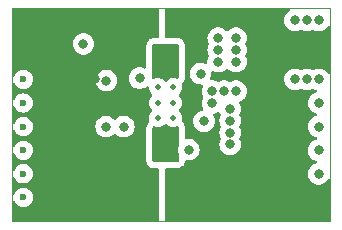
<source format=gbr>
G04 #@! TF.GenerationSoftware,KiCad,Pcbnew,8.0.3*
G04 #@! TF.CreationDate,2024-08-02T19:57:06+02:00*
G04 #@! TF.ProjectId,powermod,706f7765-726d-46f6-942e-6b696361645f,rev?*
G04 #@! TF.SameCoordinates,PXf42400PY2719c40*
G04 #@! TF.FileFunction,Copper,L3,Inr*
G04 #@! TF.FilePolarity,Positive*
%FSLAX46Y46*%
G04 Gerber Fmt 4.6, Leading zero omitted, Abs format (unit mm)*
G04 Created by KiCad (PCBNEW 8.0.3) date 2024-08-02 19:57:06*
%MOMM*%
%LPD*%
G01*
G04 APERTURE LIST*
G04 #@! TA.AperFunction,HeatsinkPad*
%ADD10C,0.500000*%
G04 #@! TD*
G04 #@! TA.AperFunction,ViaPad*
%ADD11C,0.800000*%
G04 #@! TD*
G04 #@! TA.AperFunction,ViaPad*
%ADD12C,0.600000*%
G04 #@! TD*
G04 #@! TA.AperFunction,Profile*
%ADD13C,0.120000*%
G04 #@! TD*
G04 APERTURE END LIST*
D10*
X12390000Y-4670000D03*
X12390000Y-5970000D03*
X12390000Y-7270000D03*
X13690000Y-4670000D03*
X13690000Y-5970000D03*
X13690000Y-7270000D03*
D11*
X15000000Y-12000000D03*
X16000000Y-12000000D03*
X17000000Y-12000000D03*
X8000000Y-8000000D03*
X26000000Y-12000000D03*
X26000000Y-10000000D03*
X26000000Y-8000000D03*
X26000000Y-6000000D03*
X17000000Y-6000003D03*
X16000000Y-3510000D03*
X16294122Y-7546240D03*
X15000000Y-9944919D03*
X10840000Y-3899669D03*
X9500000Y-8000000D03*
X8029077Y-4116585D03*
X6085000Y-1000000D03*
X7036256Y-3996956D03*
X22000000Y-6500000D03*
X22000000Y-7500000D03*
X22000000Y-8500000D03*
X22000000Y-9500000D03*
X19000000Y-5000000D03*
X18000000Y-5000000D03*
X17000000Y-5000000D03*
X17500000Y-1500000D03*
X19000000Y-1500000D03*
X19000000Y-500000D03*
X19000000Y-2500000D03*
X17500000Y-2500000D03*
X17500000Y-500000D03*
X18500000Y-9500000D03*
X18500000Y-8500000D03*
X18500000Y-7500000D03*
X18500000Y-6500000D03*
X26000000Y1000000D03*
X25000000Y1000000D03*
X24000000Y1000000D03*
X26000000Y-4000000D03*
X25000000Y-4000000D03*
X24000000Y-4000000D03*
X13500000Y-8500000D03*
X13500000Y-9500000D03*
X13500000Y-10500000D03*
X12500000Y-10500000D03*
X12500000Y-9500000D03*
X12500000Y-8500000D03*
X13500000Y-3500000D03*
X13500000Y-2500000D03*
X13500000Y-1500000D03*
X12500000Y-3500000D03*
X12500000Y-2500000D03*
X12500000Y-1500000D03*
D12*
X1000000Y-4000000D03*
X1000000Y-6000000D03*
X1000000Y-10000000D03*
X1000000Y-12000000D03*
X1000000Y-8000000D03*
X1000000Y-14000000D03*
G04 #@! TA.AperFunction,Conductor*
G36*
X23496631Y1969498D02*
G01*
X23543124Y1915842D01*
X23553228Y1845568D01*
X23523734Y1780988D01*
X23502571Y1761564D01*
X23388744Y1678865D01*
X23260965Y1536952D01*
X23260958Y1536942D01*
X23165476Y1371562D01*
X23165473Y1371555D01*
X23106457Y1189928D01*
X23086496Y1000000D01*
X23106457Y810073D01*
X23136526Y717530D01*
X23165473Y628444D01*
X23165476Y628439D01*
X23260958Y463059D01*
X23260965Y463049D01*
X23388744Y321136D01*
X23388747Y321134D01*
X23543248Y208882D01*
X23717712Y131206D01*
X23904513Y91500D01*
X24095487Y91500D01*
X24282288Y131206D01*
X24448755Y205322D01*
X24519118Y214755D01*
X24551240Y205324D01*
X24717712Y131206D01*
X24904513Y91500D01*
X25095487Y91500D01*
X25282288Y131206D01*
X25448755Y205322D01*
X25519118Y214755D01*
X25551240Y205324D01*
X25717712Y131206D01*
X25904513Y91500D01*
X26095487Y91500D01*
X26282288Y131206D01*
X26456752Y208882D01*
X26611253Y321134D01*
X26739040Y463056D01*
X26754381Y489629D01*
X26805763Y538621D01*
X26875476Y552058D01*
X26941388Y525671D01*
X26982570Y467839D01*
X26989500Y426628D01*
X26989500Y-3426627D01*
X26969498Y-3494748D01*
X26915842Y-3541241D01*
X26845568Y-3551345D01*
X26780988Y-3521851D01*
X26754381Y-3489628D01*
X26739040Y-3463056D01*
X26739036Y-3463051D01*
X26739034Y-3463048D01*
X26611255Y-3321135D01*
X26456752Y-3208882D01*
X26282288Y-3131206D01*
X26095487Y-3091500D01*
X25904513Y-3091500D01*
X25717711Y-3131206D01*
X25612231Y-3178168D01*
X25551248Y-3205320D01*
X25480882Y-3214754D01*
X25448752Y-3205320D01*
X25282288Y-3131206D01*
X25095487Y-3091500D01*
X24904513Y-3091500D01*
X24717711Y-3131206D01*
X24612231Y-3178168D01*
X24551248Y-3205320D01*
X24480882Y-3214754D01*
X24448752Y-3205320D01*
X24282288Y-3131206D01*
X24095487Y-3091500D01*
X23904513Y-3091500D01*
X23717711Y-3131206D01*
X23543247Y-3208882D01*
X23388744Y-3321135D01*
X23260965Y-3463048D01*
X23260958Y-3463058D01*
X23165476Y-3628438D01*
X23165473Y-3628445D01*
X23106457Y-3810072D01*
X23086496Y-4000000D01*
X23106457Y-4189927D01*
X23122826Y-4240303D01*
X23165473Y-4371556D01*
X23165476Y-4371561D01*
X23260958Y-4536941D01*
X23260965Y-4536951D01*
X23388744Y-4678864D01*
X23388747Y-4678866D01*
X23543248Y-4791118D01*
X23717712Y-4868794D01*
X23904513Y-4908500D01*
X24095487Y-4908500D01*
X24282288Y-4868794D01*
X24448755Y-4794678D01*
X24519118Y-4785245D01*
X24551240Y-4794676D01*
X24717712Y-4868794D01*
X24904513Y-4908500D01*
X25095487Y-4908500D01*
X25282288Y-4868794D01*
X25448755Y-4794678D01*
X25519118Y-4785245D01*
X25551240Y-4794676D01*
X25717712Y-4868794D01*
X25755156Y-4876753D01*
X25817630Y-4910482D01*
X25851951Y-4972631D01*
X25847223Y-5043470D01*
X25804947Y-5100508D01*
X25755156Y-5123247D01*
X25717711Y-5131206D01*
X25543247Y-5208882D01*
X25388744Y-5321135D01*
X25260965Y-5463048D01*
X25260958Y-5463058D01*
X25165476Y-5628438D01*
X25165473Y-5628445D01*
X25106457Y-5810072D01*
X25086496Y-6000000D01*
X25106457Y-6189927D01*
X25136526Y-6282470D01*
X25165473Y-6371556D01*
X25165474Y-6371557D01*
X25165476Y-6371561D01*
X25260958Y-6536941D01*
X25260965Y-6536951D01*
X25388744Y-6678864D01*
X25403971Y-6689927D01*
X25543248Y-6791118D01*
X25717712Y-6868794D01*
X25755156Y-6876753D01*
X25817630Y-6910482D01*
X25851951Y-6972631D01*
X25847223Y-7043470D01*
X25804947Y-7100508D01*
X25755156Y-7123247D01*
X25717711Y-7131206D01*
X25543247Y-7208882D01*
X25388744Y-7321135D01*
X25260965Y-7463048D01*
X25260958Y-7463058D01*
X25168717Y-7622825D01*
X25165473Y-7628444D01*
X25164228Y-7632276D01*
X25106457Y-7810072D01*
X25086496Y-8000000D01*
X25106457Y-8189927D01*
X25117887Y-8225104D01*
X25165473Y-8371556D01*
X25165476Y-8371561D01*
X25260958Y-8536941D01*
X25260965Y-8536951D01*
X25388744Y-8678864D01*
X25388747Y-8678866D01*
X25543248Y-8791118D01*
X25717712Y-8868794D01*
X25755156Y-8876753D01*
X25817630Y-8910482D01*
X25851951Y-8972631D01*
X25847223Y-9043470D01*
X25804947Y-9100508D01*
X25755156Y-9123247D01*
X25717711Y-9131206D01*
X25543247Y-9208882D01*
X25388744Y-9321135D01*
X25260965Y-9463048D01*
X25260958Y-9463058D01*
X25165476Y-9628438D01*
X25165473Y-9628445D01*
X25106457Y-9810072D01*
X25086496Y-10000000D01*
X25106457Y-10189927D01*
X25136526Y-10282470D01*
X25165473Y-10371556D01*
X25165476Y-10371561D01*
X25260958Y-10536941D01*
X25260965Y-10536951D01*
X25388744Y-10678864D01*
X25388747Y-10678866D01*
X25543248Y-10791118D01*
X25717712Y-10868794D01*
X25755156Y-10876753D01*
X25817630Y-10910482D01*
X25851951Y-10972631D01*
X25847223Y-11043470D01*
X25804947Y-11100508D01*
X25755156Y-11123247D01*
X25717711Y-11131206D01*
X25543247Y-11208882D01*
X25388744Y-11321135D01*
X25260965Y-11463048D01*
X25260958Y-11463058D01*
X25165476Y-11628438D01*
X25165473Y-11628445D01*
X25106457Y-11810072D01*
X25086496Y-12000000D01*
X25106457Y-12189927D01*
X25136526Y-12282470D01*
X25165473Y-12371556D01*
X25165476Y-12371561D01*
X25260958Y-12536941D01*
X25260965Y-12536951D01*
X25388744Y-12678864D01*
X25388747Y-12678866D01*
X25543248Y-12791118D01*
X25717712Y-12868794D01*
X25904513Y-12908500D01*
X26095487Y-12908500D01*
X26282288Y-12868794D01*
X26456752Y-12791118D01*
X26611253Y-12678866D01*
X26739040Y-12536944D01*
X26754381Y-12510371D01*
X26805763Y-12461379D01*
X26875476Y-12447942D01*
X26941388Y-12474329D01*
X26982570Y-12532161D01*
X26989500Y-12573372D01*
X26989500Y-15863500D01*
X26969498Y-15931621D01*
X26915842Y-15978114D01*
X26863500Y-15989500D01*
X13126000Y-15989500D01*
X13057879Y-15969498D01*
X13011386Y-15915842D01*
X13000000Y-15863500D01*
X13000000Y-11639500D01*
X13020002Y-11571379D01*
X13073658Y-11524886D01*
X13126000Y-11513500D01*
X14031488Y-11513500D01*
X14031492Y-11513500D01*
X14140892Y-11501711D01*
X14193347Y-11490273D01*
X14297718Y-11455450D01*
X14420597Y-11376311D01*
X14474207Y-11329766D01*
X14474211Y-11329762D01*
X14569814Y-11219210D01*
X14630399Y-11086201D01*
X14650334Y-11018060D01*
X14661579Y-10939299D01*
X14691007Y-10874692D01*
X14750695Y-10836249D01*
X14812510Y-10833863D01*
X14904513Y-10853419D01*
X15095487Y-10853419D01*
X15282288Y-10813713D01*
X15456752Y-10736037D01*
X15611253Y-10623785D01*
X15739040Y-10481863D01*
X15834527Y-10316475D01*
X15893542Y-10134847D01*
X15913504Y-9944919D01*
X15893542Y-9754991D01*
X15834527Y-9573363D01*
X15739040Y-9407975D01*
X15739038Y-9407973D01*
X15739034Y-9407967D01*
X15611255Y-9266054D01*
X15456752Y-9153801D01*
X15282288Y-9076125D01*
X15095487Y-9036419D01*
X14904513Y-9036419D01*
X14904511Y-9036419D01*
X14821280Y-9054110D01*
X14750490Y-9048708D01*
X14693857Y-9005891D01*
X14669364Y-8939253D01*
X14669084Y-8930987D01*
X14668947Y-8791117D01*
X14668257Y-8087921D01*
X14665823Y-8038489D01*
X14663464Y-8014346D01*
X14656285Y-7965386D01*
X14648733Y-7943805D01*
X14608013Y-7827433D01*
X14608010Y-7827426D01*
X14575268Y-7764444D01*
X14575265Y-7764438D01*
X14490082Y-7645672D01*
X14460824Y-7622824D01*
X14419446Y-7565134D01*
X14415826Y-7494229D01*
X14419437Y-7481930D01*
X14434162Y-7439850D01*
X14453299Y-7270000D01*
X14434162Y-7100150D01*
X14377709Y-6938817D01*
X14286771Y-6794091D01*
X14286769Y-6794089D01*
X14286768Y-6794087D01*
X14201776Y-6709095D01*
X14167750Y-6646783D01*
X14172815Y-6575968D01*
X14201776Y-6530905D01*
X14286767Y-6445913D01*
X14286768Y-6445912D01*
X14286771Y-6445909D01*
X14377709Y-6301183D01*
X14434162Y-6139850D01*
X14453299Y-5970000D01*
X14434162Y-5800150D01*
X14377709Y-5638817D01*
X14286771Y-5494091D01*
X14286769Y-5494089D01*
X14286768Y-5494087D01*
X14201776Y-5409095D01*
X14167750Y-5346783D01*
X14172815Y-5275968D01*
X14201776Y-5230905D01*
X14286767Y-5145913D01*
X14286768Y-5145912D01*
X14286771Y-5145909D01*
X14377709Y-5001183D01*
X14434162Y-4839850D01*
X14453299Y-4670000D01*
X14434162Y-4500150D01*
X14417955Y-4453833D01*
X14414336Y-4382929D01*
X14449625Y-4321324D01*
X14454262Y-4317089D01*
X14467311Y-4305760D01*
X14467315Y-4305756D01*
X14562918Y-4195204D01*
X14623503Y-4062195D01*
X14643438Y-3994054D01*
X14664096Y-3849366D01*
X14663763Y-3510000D01*
X15086496Y-3510000D01*
X15106457Y-3699927D01*
X15136526Y-3792470D01*
X15165473Y-3881556D01*
X15165476Y-3881561D01*
X15260958Y-4046941D01*
X15260965Y-4046951D01*
X15388744Y-4188864D01*
X15424379Y-4214754D01*
X15543248Y-4301118D01*
X15717712Y-4378794D01*
X15904513Y-4418500D01*
X16068446Y-4418500D01*
X16136567Y-4438502D01*
X16183060Y-4492158D01*
X16193164Y-4562432D01*
X16177565Y-4607500D01*
X16165476Y-4628438D01*
X16165473Y-4628445D01*
X16106457Y-4810072D01*
X16086496Y-5000000D01*
X16106457Y-5189927D01*
X16119772Y-5230905D01*
X16165473Y-5371556D01*
X16165473Y-5371557D01*
X16165474Y-5371558D01*
X16203258Y-5437002D01*
X16219995Y-5505997D01*
X16203258Y-5563000D01*
X16165474Y-5628444D01*
X16106457Y-5810075D01*
X16086496Y-6000003D01*
X16106457Y-6189930D01*
X16136526Y-6282473D01*
X16165473Y-6371559D01*
X16165473Y-6371560D01*
X16165474Y-6371561D01*
X16219267Y-6464734D01*
X16236004Y-6533729D01*
X16212783Y-6600821D01*
X16156976Y-6644708D01*
X16136344Y-6650979D01*
X16011838Y-6677444D01*
X15837369Y-6755122D01*
X15682866Y-6867375D01*
X15555087Y-7009288D01*
X15555080Y-7009298D01*
X15459598Y-7174678D01*
X15459595Y-7174685D01*
X15400579Y-7356312D01*
X15380618Y-7546240D01*
X15400579Y-7736167D01*
X15424593Y-7810072D01*
X15459595Y-7917796D01*
X15459598Y-7917801D01*
X15555080Y-8083181D01*
X15555087Y-8083191D01*
X15682866Y-8225104D01*
X15682869Y-8225106D01*
X15837370Y-8337358D01*
X16011834Y-8415034D01*
X16198635Y-8454740D01*
X16389609Y-8454740D01*
X16576410Y-8415034D01*
X16750874Y-8337358D01*
X16905375Y-8225106D01*
X16905377Y-8225104D01*
X17033156Y-8083191D01*
X17033157Y-8083189D01*
X17033162Y-8083184D01*
X17128649Y-7917796D01*
X17187664Y-7736168D01*
X17207626Y-7546240D01*
X17187664Y-7356312D01*
X17128649Y-7174684D01*
X17098952Y-7123247D01*
X17074855Y-7081509D01*
X17058117Y-7012513D01*
X17081338Y-6945421D01*
X17137145Y-6901534D01*
X17157771Y-6895263D01*
X17282288Y-6868797D01*
X17456752Y-6791121D01*
X17464163Y-6785736D01*
X17531027Y-6761877D01*
X17600180Y-6777955D01*
X17649662Y-6828867D01*
X17658056Y-6848730D01*
X17665473Y-6871556D01*
X17665474Y-6871559D01*
X17703257Y-6937001D01*
X17719994Y-7005997D01*
X17703257Y-7062999D01*
X17665474Y-7128440D01*
X17665473Y-7128445D01*
X17606457Y-7310072D01*
X17586496Y-7500000D01*
X17606457Y-7689927D01*
X17621482Y-7736167D01*
X17665473Y-7871556D01*
X17665474Y-7871559D01*
X17703257Y-7937001D01*
X17719994Y-8005997D01*
X17703257Y-8062999D01*
X17665474Y-8128440D01*
X17665473Y-8128445D01*
X17606457Y-8310072D01*
X17586496Y-8500000D01*
X17606457Y-8689927D01*
X17636526Y-8782470D01*
X17665473Y-8871556D01*
X17665474Y-8871559D01*
X17703257Y-8937001D01*
X17719994Y-9005997D01*
X17703257Y-9062999D01*
X17665474Y-9128440D01*
X17665473Y-9128445D01*
X17606457Y-9310072D01*
X17586496Y-9500000D01*
X17606457Y-9689927D01*
X17627598Y-9754991D01*
X17665473Y-9871556D01*
X17665476Y-9871561D01*
X17760958Y-10036941D01*
X17760965Y-10036951D01*
X17888744Y-10178864D01*
X17888747Y-10178866D01*
X18043248Y-10291118D01*
X18217712Y-10368794D01*
X18404513Y-10408500D01*
X18595487Y-10408500D01*
X18782288Y-10368794D01*
X18956752Y-10291118D01*
X19111253Y-10178866D01*
X19239040Y-10036944D01*
X19334527Y-9871556D01*
X19393542Y-9689928D01*
X19413504Y-9500000D01*
X19393542Y-9310072D01*
X19334527Y-9128444D01*
X19296742Y-9063000D01*
X19280005Y-8994005D01*
X19296743Y-8936999D01*
X19300214Y-8930987D01*
X19334527Y-8871556D01*
X19393542Y-8689928D01*
X19413504Y-8500000D01*
X19393542Y-8310072D01*
X19334527Y-8128444D01*
X19296742Y-8063000D01*
X19280005Y-7994005D01*
X19296743Y-7936999D01*
X19307831Y-7917794D01*
X19334527Y-7871556D01*
X19393542Y-7689928D01*
X19413504Y-7500000D01*
X19393542Y-7310072D01*
X19334527Y-7128444D01*
X19296742Y-7063000D01*
X19280005Y-6994005D01*
X19296743Y-6936999D01*
X19334527Y-6871556D01*
X19393542Y-6689928D01*
X19413504Y-6500000D01*
X19393542Y-6310072D01*
X19334527Y-6128444D01*
X19274559Y-6024576D01*
X19257821Y-5955581D01*
X19281041Y-5888489D01*
X19332428Y-5846469D01*
X19456752Y-5791118D01*
X19611253Y-5678866D01*
X19647313Y-5638817D01*
X19739034Y-5536951D01*
X19739035Y-5536949D01*
X19739040Y-5536944D01*
X19834527Y-5371556D01*
X19893542Y-5189928D01*
X19913504Y-5000000D01*
X19893542Y-4810072D01*
X19834527Y-4628444D01*
X19739040Y-4463056D01*
X19739038Y-4463054D01*
X19739034Y-4463048D01*
X19611255Y-4321135D01*
X19456752Y-4208882D01*
X19282288Y-4131206D01*
X19095487Y-4091500D01*
X18904513Y-4091500D01*
X18717711Y-4131206D01*
X18626675Y-4171738D01*
X18551248Y-4205320D01*
X18480882Y-4214754D01*
X18448752Y-4205320D01*
X18282288Y-4131206D01*
X18095487Y-4091500D01*
X17904513Y-4091500D01*
X17717711Y-4131206D01*
X17626675Y-4171738D01*
X17551248Y-4205320D01*
X17480882Y-4214754D01*
X17448752Y-4205320D01*
X17282288Y-4131206D01*
X17095487Y-4091500D01*
X16931554Y-4091500D01*
X16863433Y-4071498D01*
X16816940Y-4017842D01*
X16806836Y-3947568D01*
X16822435Y-3902500D01*
X16823180Y-3901210D01*
X16834527Y-3881556D01*
X16893542Y-3699928D01*
X16913504Y-3510000D01*
X16905811Y-3436810D01*
X16918583Y-3366976D01*
X16967084Y-3315129D01*
X17035917Y-3297734D01*
X17082369Y-3308535D01*
X17217712Y-3368794D01*
X17404513Y-3408500D01*
X17595487Y-3408500D01*
X17782288Y-3368794D01*
X17956752Y-3291118D01*
X18111253Y-3178866D01*
X18156363Y-3128765D01*
X18216809Y-3091526D01*
X18287793Y-3092877D01*
X18343636Y-3128765D01*
X18388747Y-3178866D01*
X18543248Y-3291118D01*
X18717712Y-3368794D01*
X18904513Y-3408500D01*
X19095487Y-3408500D01*
X19282288Y-3368794D01*
X19456752Y-3291118D01*
X19611253Y-3178866D01*
X19647649Y-3138444D01*
X19739034Y-3036951D01*
X19739035Y-3036949D01*
X19739040Y-3036944D01*
X19834527Y-2871556D01*
X19893542Y-2689928D01*
X19913504Y-2500000D01*
X19893542Y-2310072D01*
X19834527Y-2128444D01*
X19796742Y-2063000D01*
X19780005Y-1994005D01*
X19796743Y-1936999D01*
X19834527Y-1871556D01*
X19893542Y-1689928D01*
X19913504Y-1500000D01*
X19893542Y-1310072D01*
X19834527Y-1128444D01*
X19796742Y-1063000D01*
X19780005Y-994005D01*
X19796743Y-936999D01*
X19834527Y-871556D01*
X19893542Y-689928D01*
X19913504Y-500000D01*
X19893542Y-310072D01*
X19834527Y-128444D01*
X19739040Y36944D01*
X19739038Y36946D01*
X19739034Y36952D01*
X19611255Y178865D01*
X19456752Y291118D01*
X19282288Y368794D01*
X19095487Y408500D01*
X18904513Y408500D01*
X18717711Y368794D01*
X18543247Y291118D01*
X18388746Y178866D01*
X18343636Y128766D01*
X18283190Y91527D01*
X18212206Y92879D01*
X18156364Y128766D01*
X18111253Y178866D01*
X17956752Y291118D01*
X17782288Y368794D01*
X17595487Y408500D01*
X17404513Y408500D01*
X17217711Y368794D01*
X17043247Y291118D01*
X16888744Y178865D01*
X16760965Y36952D01*
X16760958Y36942D01*
X16665476Y-128438D01*
X16665473Y-128445D01*
X16606457Y-310072D01*
X16586496Y-500000D01*
X16606457Y-689927D01*
X16621879Y-737390D01*
X16665473Y-871556D01*
X16665474Y-871559D01*
X16703257Y-937001D01*
X16719994Y-1005997D01*
X16703257Y-1062999D01*
X16665474Y-1128440D01*
X16665473Y-1128445D01*
X16606457Y-1310072D01*
X16586496Y-1500000D01*
X16606457Y-1689927D01*
X16636526Y-1782470D01*
X16665473Y-1871556D01*
X16665474Y-1871559D01*
X16703257Y-1937001D01*
X16719994Y-2005997D01*
X16703257Y-2062999D01*
X16665474Y-2128440D01*
X16665473Y-2128445D01*
X16606457Y-2310072D01*
X16586496Y-2500000D01*
X16594188Y-2573186D01*
X16581416Y-2643024D01*
X16532913Y-2694871D01*
X16464081Y-2712265D01*
X16417630Y-2701463D01*
X16282290Y-2641206D01*
X16095487Y-2601500D01*
X15904513Y-2601500D01*
X15717711Y-2641206D01*
X15543247Y-2718882D01*
X15388744Y-2831135D01*
X15260965Y-2973048D01*
X15260958Y-2973058D01*
X15165476Y-3138438D01*
X15165473Y-3138445D01*
X15106457Y-3320072D01*
X15086496Y-3510000D01*
X14663763Y-3510000D01*
X14661423Y-1125372D01*
X14649635Y-1016479D01*
X14638249Y-964261D01*
X14626718Y-929646D01*
X14603634Y-860344D01*
X14524616Y-737390D01*
X14524613Y-737385D01*
X14480347Y-686300D01*
X14478523Y-684077D01*
X14367664Y-588019D01*
X14367661Y-588017D01*
X14234712Y-527301D01*
X14166600Y-507302D01*
X14166593Y-507300D01*
X14137658Y-503140D01*
X14021923Y-486500D01*
X13126000Y-486500D01*
X13057879Y-466498D01*
X13011386Y-412842D01*
X13000000Y-360500D01*
X13000000Y1863500D01*
X13020002Y1931621D01*
X13073658Y1978114D01*
X13126000Y1989500D01*
X23428510Y1989500D01*
X23496631Y1969498D01*
G37*
G04 #@! TD.AperFunction*
G04 #@! TA.AperFunction,Conductor*
G36*
X12428621Y1969498D02*
G01*
X12475114Y1915842D01*
X12486500Y1863500D01*
X12486500Y-360500D01*
X12466498Y-428621D01*
X12412842Y-475114D01*
X12360500Y-486500D01*
X12051018Y-486500D01*
X11962295Y-496039D01*
X11941879Y-498234D01*
X11941876Y-498234D01*
X11941872Y-498235D01*
X11941868Y-498235D01*
X11889547Y-509617D01*
X11889526Y-509623D01*
X11785373Y-544288D01*
X11662413Y-623310D01*
X11611327Y-667576D01*
X11609108Y-669395D01*
X11513047Y-780258D01*
X11513045Y-780261D01*
X11452329Y-913210D01*
X11432330Y-981322D01*
X11432328Y-981329D01*
X11411528Y-1126003D01*
X11411528Y-2965629D01*
X11391526Y-3033750D01*
X11337870Y-3080243D01*
X11267596Y-3090347D01*
X11234280Y-3080736D01*
X11122290Y-3030875D01*
X10935487Y-2991169D01*
X10744513Y-2991169D01*
X10557711Y-3030875D01*
X10383247Y-3108551D01*
X10228744Y-3220804D01*
X10100965Y-3362717D01*
X10100958Y-3362727D01*
X10005476Y-3528107D01*
X10005473Y-3528114D01*
X9946457Y-3709741D01*
X9926496Y-3899669D01*
X9946457Y-4089596D01*
X9969835Y-4161544D01*
X10005473Y-4271225D01*
X10005476Y-4271230D01*
X10100958Y-4436610D01*
X10100965Y-4436620D01*
X10228744Y-4578533D01*
X10228747Y-4578535D01*
X10383248Y-4690787D01*
X10557712Y-4768463D01*
X10744513Y-4808169D01*
X10935487Y-4808169D01*
X11122288Y-4768463D01*
X11296752Y-4690787D01*
X11428859Y-4594805D01*
X11495722Y-4570949D01*
X11564874Y-4587029D01*
X11614354Y-4637942D01*
X11628124Y-4682636D01*
X11645837Y-4839848D01*
X11702290Y-5001182D01*
X11793231Y-5145912D01*
X11878224Y-5230905D01*
X11912250Y-5293217D01*
X11907185Y-5364032D01*
X11878224Y-5409095D01*
X11793232Y-5494086D01*
X11793231Y-5494087D01*
X11702290Y-5638817D01*
X11645837Y-5800151D01*
X11626701Y-5970000D01*
X11645837Y-6139848D01*
X11702290Y-6301182D01*
X11793231Y-6445912D01*
X11878224Y-6530905D01*
X11912250Y-6593217D01*
X11907185Y-6664032D01*
X11878224Y-6709095D01*
X11793232Y-6794086D01*
X11793231Y-6794087D01*
X11702290Y-6938817D01*
X11645837Y-7100151D01*
X11626701Y-7270000D01*
X11645837Y-7439847D01*
X11660609Y-7482065D01*
X11664227Y-7552969D01*
X11628937Y-7614574D01*
X11624193Y-7618901D01*
X11611329Y-7630048D01*
X11609109Y-7631869D01*
X11513047Y-7742732D01*
X11513045Y-7742735D01*
X11452329Y-7875684D01*
X11432330Y-7943796D01*
X11432328Y-7943803D01*
X11411528Y-8088477D01*
X11411528Y-10874009D01*
X11423263Y-10983155D01*
X11423263Y-10983159D01*
X11434645Y-11035480D01*
X11434651Y-11035501D01*
X11469316Y-11139654D01*
X11469318Y-11139657D01*
X11548336Y-11262612D01*
X11548339Y-11262615D01*
X11548343Y-11262621D01*
X11592603Y-11313700D01*
X11594424Y-11315920D01*
X11705286Y-11411980D01*
X11705289Y-11411982D01*
X11838238Y-11472698D01*
X11906359Y-11492700D01*
X12051028Y-11513500D01*
X12360500Y-11513500D01*
X12428621Y-11533502D01*
X12475114Y-11587158D01*
X12486500Y-11639500D01*
X12486500Y-15863500D01*
X12466498Y-15931621D01*
X12412842Y-15978114D01*
X12360500Y-15989500D01*
X136500Y-15989500D01*
X68379Y-15969498D01*
X21886Y-15915842D01*
X10500Y-15863500D01*
X10500Y-14361684D01*
X30502Y-14293563D01*
X84158Y-14247070D01*
X154432Y-14236966D01*
X219012Y-14266460D01*
X255428Y-14320067D01*
X266957Y-14353015D01*
X266958Y-14353017D01*
X266959Y-14353019D01*
X363887Y-14507279D01*
X363888Y-14507281D01*
X492718Y-14636111D01*
X492720Y-14636112D01*
X646981Y-14733041D01*
X646982Y-14733041D01*
X646985Y-14733043D01*
X818953Y-14793217D01*
X1000000Y-14813616D01*
X1181047Y-14793217D01*
X1353015Y-14733043D01*
X1507281Y-14636111D01*
X1636111Y-14507281D01*
X1733043Y-14353015D01*
X1793217Y-14181047D01*
X1813616Y-14000000D01*
X1793217Y-13818953D01*
X1733043Y-13646985D01*
X1733041Y-13646982D01*
X1733041Y-13646981D01*
X1636112Y-13492720D01*
X1636111Y-13492718D01*
X1507281Y-13363888D01*
X1507279Y-13363887D01*
X1353018Y-13266958D01*
X1353015Y-13266957D01*
X1181050Y-13206784D01*
X1181049Y-13206783D01*
X1181047Y-13206783D01*
X1000000Y-13186384D01*
X818953Y-13206783D01*
X818950Y-13206783D01*
X818949Y-13206784D01*
X646984Y-13266957D01*
X646981Y-13266958D01*
X492720Y-13363887D01*
X492718Y-13363888D01*
X363888Y-13492718D01*
X363887Y-13492720D01*
X266958Y-13646981D01*
X266957Y-13646984D01*
X255429Y-13679930D01*
X214051Y-13737622D01*
X148051Y-13763784D01*
X78383Y-13750111D01*
X27167Y-13700944D01*
X10500Y-13638315D01*
X10500Y-12361684D01*
X30502Y-12293563D01*
X84158Y-12247070D01*
X154432Y-12236966D01*
X219012Y-12266460D01*
X255428Y-12320067D01*
X266957Y-12353015D01*
X266958Y-12353017D01*
X266959Y-12353019D01*
X363887Y-12507279D01*
X363888Y-12507281D01*
X492718Y-12636111D01*
X492720Y-12636112D01*
X646981Y-12733041D01*
X646982Y-12733041D01*
X646985Y-12733043D01*
X818953Y-12793217D01*
X1000000Y-12813616D01*
X1181047Y-12793217D01*
X1353015Y-12733043D01*
X1507281Y-12636111D01*
X1636111Y-12507281D01*
X1733043Y-12353015D01*
X1793217Y-12181047D01*
X1813616Y-12000000D01*
X1793217Y-11818953D01*
X1733043Y-11646985D01*
X1733041Y-11646982D01*
X1733041Y-11646981D01*
X1636112Y-11492720D01*
X1636111Y-11492718D01*
X1507281Y-11363888D01*
X1507279Y-11363887D01*
X1353018Y-11266958D01*
X1353015Y-11266957D01*
X1181050Y-11206784D01*
X1181049Y-11206783D01*
X1181047Y-11206783D01*
X1000000Y-11186384D01*
X818953Y-11206783D01*
X818950Y-11206783D01*
X818949Y-11206784D01*
X646984Y-11266957D01*
X646981Y-11266958D01*
X492720Y-11363887D01*
X492718Y-11363888D01*
X363888Y-11492718D01*
X363887Y-11492720D01*
X266958Y-11646981D01*
X266957Y-11646984D01*
X255429Y-11679930D01*
X214051Y-11737622D01*
X148051Y-11763784D01*
X78383Y-11750111D01*
X27167Y-11700944D01*
X10500Y-11638315D01*
X10500Y-10361684D01*
X30502Y-10293563D01*
X84158Y-10247070D01*
X154432Y-10236966D01*
X219012Y-10266460D01*
X255428Y-10320067D01*
X266957Y-10353015D01*
X266958Y-10353017D01*
X266959Y-10353019D01*
X363887Y-10507279D01*
X363888Y-10507281D01*
X492718Y-10636111D01*
X492720Y-10636112D01*
X646981Y-10733041D01*
X646982Y-10733041D01*
X646985Y-10733043D01*
X818953Y-10793217D01*
X1000000Y-10813616D01*
X1181047Y-10793217D01*
X1353015Y-10733043D01*
X1507281Y-10636111D01*
X1636111Y-10507281D01*
X1733043Y-10353015D01*
X1793217Y-10181047D01*
X1813616Y-10000000D01*
X1793217Y-9818953D01*
X1733043Y-9646985D01*
X1733041Y-9646982D01*
X1733041Y-9646981D01*
X1636112Y-9492720D01*
X1636111Y-9492718D01*
X1507281Y-9363888D01*
X1507279Y-9363887D01*
X1353018Y-9266958D01*
X1353015Y-9266957D01*
X1181050Y-9206784D01*
X1181049Y-9206783D01*
X1181047Y-9206783D01*
X1000000Y-9186384D01*
X818953Y-9206783D01*
X818950Y-9206783D01*
X818949Y-9206784D01*
X646984Y-9266957D01*
X646981Y-9266958D01*
X492720Y-9363887D01*
X492718Y-9363888D01*
X363888Y-9492718D01*
X363887Y-9492720D01*
X266958Y-9646981D01*
X266957Y-9646984D01*
X255429Y-9679930D01*
X214051Y-9737622D01*
X148051Y-9763784D01*
X78383Y-9750111D01*
X27167Y-9700944D01*
X10500Y-9638315D01*
X10500Y-8361684D01*
X30502Y-8293563D01*
X84158Y-8247070D01*
X154432Y-8236966D01*
X219012Y-8266460D01*
X255428Y-8320067D01*
X266957Y-8353015D01*
X266958Y-8353017D01*
X266959Y-8353019D01*
X363887Y-8507279D01*
X363888Y-8507281D01*
X492718Y-8636111D01*
X492720Y-8636112D01*
X646981Y-8733041D01*
X646982Y-8733041D01*
X646985Y-8733043D01*
X818953Y-8793217D01*
X1000000Y-8813616D01*
X1181047Y-8793217D01*
X1353015Y-8733043D01*
X1507281Y-8636111D01*
X1636111Y-8507281D01*
X1733043Y-8353015D01*
X1793217Y-8181047D01*
X1813616Y-8000000D01*
X7086496Y-8000000D01*
X7106457Y-8189927D01*
X7131325Y-8266460D01*
X7165473Y-8371556D01*
X7165476Y-8371561D01*
X7260958Y-8536941D01*
X7260965Y-8536951D01*
X7388744Y-8678864D01*
X7388747Y-8678866D01*
X7543248Y-8791118D01*
X7717712Y-8868794D01*
X7904513Y-8908500D01*
X8095487Y-8908500D01*
X8282288Y-8868794D01*
X8456752Y-8791118D01*
X8611253Y-8678866D01*
X8656363Y-8628765D01*
X8716809Y-8591526D01*
X8787793Y-8592877D01*
X8843636Y-8628765D01*
X8888747Y-8678866D01*
X9043248Y-8791118D01*
X9217712Y-8868794D01*
X9404513Y-8908500D01*
X9595487Y-8908500D01*
X9782288Y-8868794D01*
X9956752Y-8791118D01*
X10111253Y-8678866D01*
X10239040Y-8536944D01*
X10334527Y-8371556D01*
X10393542Y-8189928D01*
X10413504Y-8000000D01*
X10393542Y-7810072D01*
X10334527Y-7628444D01*
X10239040Y-7463056D01*
X10239038Y-7463054D01*
X10239034Y-7463048D01*
X10111255Y-7321135D01*
X9956752Y-7208882D01*
X9782288Y-7131206D01*
X9595487Y-7091500D01*
X9404513Y-7091500D01*
X9217711Y-7131206D01*
X9043247Y-7208882D01*
X8888746Y-7321134D01*
X8843636Y-7371234D01*
X8783190Y-7408473D01*
X8712206Y-7407121D01*
X8656364Y-7371234D01*
X8611253Y-7321134D01*
X8456752Y-7208882D01*
X8282288Y-7131206D01*
X8095487Y-7091500D01*
X7904513Y-7091500D01*
X7717711Y-7131206D01*
X7543247Y-7208882D01*
X7388744Y-7321135D01*
X7260965Y-7463048D01*
X7260958Y-7463058D01*
X7165476Y-7628438D01*
X7165473Y-7628444D01*
X7164228Y-7632276D01*
X7106457Y-7810072D01*
X7086496Y-8000000D01*
X1813616Y-8000000D01*
X1793217Y-7818953D01*
X1733043Y-7646985D01*
X1733041Y-7646982D01*
X1733041Y-7646981D01*
X1636112Y-7492720D01*
X1636111Y-7492718D01*
X1507281Y-7363888D01*
X1507279Y-7363887D01*
X1353018Y-7266958D01*
X1353015Y-7266957D01*
X1181050Y-7206784D01*
X1181049Y-7206783D01*
X1181047Y-7206783D01*
X1000000Y-7186384D01*
X818953Y-7206783D01*
X818950Y-7206783D01*
X818949Y-7206784D01*
X646984Y-7266957D01*
X646981Y-7266958D01*
X492720Y-7363887D01*
X492718Y-7363888D01*
X363888Y-7492718D01*
X363887Y-7492720D01*
X266958Y-7646981D01*
X266957Y-7646984D01*
X255429Y-7679930D01*
X214051Y-7737622D01*
X148051Y-7763784D01*
X78383Y-7750111D01*
X27167Y-7700944D01*
X10500Y-7638315D01*
X10500Y-6361684D01*
X30502Y-6293563D01*
X84158Y-6247070D01*
X154432Y-6236966D01*
X219012Y-6266460D01*
X255428Y-6320067D01*
X266957Y-6353015D01*
X266958Y-6353017D01*
X266959Y-6353019D01*
X363887Y-6507279D01*
X363888Y-6507281D01*
X492718Y-6636111D01*
X492720Y-6636112D01*
X646981Y-6733041D01*
X646982Y-6733041D01*
X646985Y-6733043D01*
X818953Y-6793217D01*
X1000000Y-6813616D01*
X1181047Y-6793217D01*
X1353015Y-6733043D01*
X1507281Y-6636111D01*
X1636111Y-6507281D01*
X1733043Y-6353015D01*
X1793217Y-6181047D01*
X1813616Y-6000000D01*
X1793217Y-5818953D01*
X1733043Y-5646985D01*
X1733041Y-5646982D01*
X1733041Y-5646981D01*
X1636112Y-5492720D01*
X1636111Y-5492718D01*
X1507281Y-5363888D01*
X1507279Y-5363887D01*
X1353018Y-5266958D01*
X1353015Y-5266957D01*
X1181050Y-5206784D01*
X1181049Y-5206783D01*
X1181047Y-5206783D01*
X1000000Y-5186384D01*
X818953Y-5206783D01*
X818950Y-5206783D01*
X818949Y-5206784D01*
X646984Y-5266957D01*
X646981Y-5266958D01*
X492720Y-5363887D01*
X492718Y-5363888D01*
X363888Y-5492718D01*
X363887Y-5492720D01*
X266958Y-5646981D01*
X266957Y-5646984D01*
X255429Y-5679930D01*
X214051Y-5737622D01*
X148051Y-5763784D01*
X78383Y-5750111D01*
X27167Y-5700944D01*
X10500Y-5638315D01*
X10500Y-4361684D01*
X30502Y-4293563D01*
X84158Y-4247070D01*
X154432Y-4236966D01*
X219012Y-4266460D01*
X255428Y-4320067D01*
X266957Y-4353015D01*
X266958Y-4353017D01*
X266959Y-4353019D01*
X363887Y-4507279D01*
X363888Y-4507281D01*
X492718Y-4636111D01*
X492720Y-4636112D01*
X646981Y-4733041D01*
X646982Y-4733041D01*
X646985Y-4733043D01*
X818953Y-4793217D01*
X1000000Y-4813616D01*
X1181047Y-4793217D01*
X1353015Y-4733043D01*
X1507281Y-4636111D01*
X1636111Y-4507281D01*
X1733043Y-4353015D01*
X1793217Y-4181047D01*
X1800480Y-4116585D01*
X7115573Y-4116585D01*
X7135534Y-4306512D01*
X7158677Y-4377736D01*
X7194550Y-4488141D01*
X7201483Y-4500150D01*
X7290035Y-4653526D01*
X7290042Y-4653536D01*
X7417821Y-4795449D01*
X7442826Y-4813616D01*
X7572325Y-4907703D01*
X7746789Y-4985379D01*
X7933590Y-5025085D01*
X8124564Y-5025085D01*
X8311365Y-4985379D01*
X8485829Y-4907703D01*
X8640330Y-4795451D01*
X8642342Y-4793217D01*
X8768111Y-4653536D01*
X8768112Y-4653534D01*
X8768117Y-4653529D01*
X8863604Y-4488141D01*
X8922619Y-4306513D01*
X8942581Y-4116585D01*
X8922619Y-3926657D01*
X8863604Y-3745029D01*
X8768117Y-3579641D01*
X8768115Y-3579639D01*
X8768111Y-3579633D01*
X8640332Y-3437720D01*
X8485829Y-3325467D01*
X8311365Y-3247791D01*
X8124564Y-3208085D01*
X7933590Y-3208085D01*
X7746788Y-3247791D01*
X7572324Y-3325467D01*
X7417821Y-3437720D01*
X7290042Y-3579633D01*
X7290035Y-3579643D01*
X7194553Y-3745023D01*
X7194550Y-3745030D01*
X7135534Y-3926657D01*
X7115573Y-4116585D01*
X1800480Y-4116585D01*
X1813616Y-4000000D01*
X1793217Y-3818953D01*
X1733043Y-3646985D01*
X1733041Y-3646982D01*
X1733041Y-3646981D01*
X1636112Y-3492720D01*
X1636111Y-3492718D01*
X1507281Y-3363888D01*
X1507279Y-3363887D01*
X1353018Y-3266958D01*
X1353015Y-3266957D01*
X1181050Y-3206784D01*
X1181049Y-3206783D01*
X1181047Y-3206783D01*
X1000000Y-3186384D01*
X818953Y-3206783D01*
X818950Y-3206783D01*
X818949Y-3206784D01*
X646984Y-3266957D01*
X646981Y-3266958D01*
X492720Y-3363887D01*
X492718Y-3363888D01*
X363888Y-3492718D01*
X363887Y-3492720D01*
X266958Y-3646981D01*
X266957Y-3646984D01*
X255429Y-3679930D01*
X214051Y-3737622D01*
X148051Y-3763784D01*
X78383Y-3750111D01*
X27167Y-3700944D01*
X10500Y-3638315D01*
X10500Y-1000000D01*
X5171496Y-1000000D01*
X5191457Y-1189927D01*
X5197221Y-1207666D01*
X5250473Y-1371556D01*
X5250476Y-1371561D01*
X5345958Y-1536941D01*
X5345965Y-1536951D01*
X5473744Y-1678864D01*
X5473747Y-1678866D01*
X5628248Y-1791118D01*
X5802712Y-1868794D01*
X5989513Y-1908500D01*
X6180487Y-1908500D01*
X6367288Y-1868794D01*
X6541752Y-1791118D01*
X6696253Y-1678866D01*
X6824040Y-1536944D01*
X6919527Y-1371556D01*
X6978542Y-1189928D01*
X6998504Y-1000000D01*
X6978542Y-810072D01*
X6919527Y-628444D01*
X6824040Y-463056D01*
X6824038Y-463054D01*
X6824034Y-463048D01*
X6696255Y-321135D01*
X6541752Y-208882D01*
X6367288Y-131206D01*
X6180487Y-91500D01*
X5989513Y-91500D01*
X5802711Y-131206D01*
X5628247Y-208882D01*
X5473744Y-321135D01*
X5345965Y-463048D01*
X5345958Y-463058D01*
X5253438Y-623308D01*
X5250473Y-628444D01*
X5237758Y-667576D01*
X5191457Y-810072D01*
X5171496Y-1000000D01*
X10500Y-1000000D01*
X10500Y1863500D01*
X30502Y1931621D01*
X84158Y1978114D01*
X136500Y1989500D01*
X12360500Y1989500D01*
X12428621Y1969498D01*
G37*
G04 #@! TD.AperFunction*
G04 #@! TA.AperFunction,Conductor*
G36*
X13084032Y-7752815D02*
G01*
X13129095Y-7781776D01*
X13214087Y-7866768D01*
X13214089Y-7866769D01*
X13214091Y-7866771D01*
X13358817Y-7957709D01*
X13520150Y-8014162D01*
X13520149Y-8014162D01*
X13537348Y-8016099D01*
X13690000Y-8033299D01*
X13859850Y-8014162D01*
X13987143Y-7969619D01*
X14058046Y-7966000D01*
X14119651Y-8001289D01*
X14152398Y-8064282D01*
X14154757Y-8088425D01*
X14156223Y-9581748D01*
X14150056Y-9620808D01*
X14106457Y-9754990D01*
X14086496Y-9944919D01*
X14106457Y-10134847D01*
X14150771Y-10271229D01*
X14156938Y-10310041D01*
X14157492Y-10873876D01*
X14137557Y-10942017D01*
X14083947Y-10988562D01*
X14031492Y-11000000D01*
X12051028Y-11000000D01*
X11982907Y-10979998D01*
X11936414Y-10926342D01*
X11925028Y-10874000D01*
X11925028Y-8088474D01*
X11945030Y-8020353D01*
X11998686Y-7973860D01*
X12068960Y-7963756D01*
X12092640Y-7969544D01*
X12220150Y-8014162D01*
X12390000Y-8033299D01*
X12559850Y-8014162D01*
X12721183Y-7957709D01*
X12865909Y-7866771D01*
X12865913Y-7866767D01*
X12950905Y-7781776D01*
X13013217Y-7747750D01*
X13084032Y-7752815D01*
G37*
G04 #@! TD.AperFunction*
G04 #@! TA.AperFunction,Conductor*
G36*
X14090044Y-1020002D02*
G01*
X14136537Y-1073658D01*
X14147923Y-1125876D01*
X14150596Y-3849870D01*
X14130661Y-3918011D01*
X14077051Y-3964556D01*
X14006787Y-3974729D01*
X13982981Y-3968923D01*
X13859847Y-3925837D01*
X13859850Y-3925837D01*
X13690000Y-3906701D01*
X13520151Y-3925837D01*
X13358817Y-3982290D01*
X13214087Y-4073231D01*
X13214086Y-4073232D01*
X13129095Y-4158224D01*
X13066783Y-4192250D01*
X12995968Y-4187185D01*
X12950905Y-4158224D01*
X12865912Y-4073231D01*
X12721182Y-3982290D01*
X12596847Y-3938784D01*
X12559850Y-3925838D01*
X12559848Y-3925837D01*
X12559850Y-3925837D01*
X12390000Y-3906701D01*
X12220151Y-3925837D01*
X12092643Y-3970454D01*
X12021738Y-3974073D01*
X11960133Y-3938784D01*
X11927387Y-3875791D01*
X11925028Y-3851525D01*
X11925028Y-1126000D01*
X11945030Y-1057879D01*
X11998686Y-1011386D01*
X12051028Y-1000000D01*
X14021923Y-1000000D01*
X14090044Y-1020002D01*
G37*
G04 #@! TD.AperFunction*
D13*
X0Y-16000000D02*
X27000000Y-16000000D01*
X27000000Y2000000D02*
X0Y2000000D01*
X27000000Y-16000000D02*
X27000000Y2000000D01*
X0Y2000000D02*
X0Y-16000000D01*
M02*

</source>
